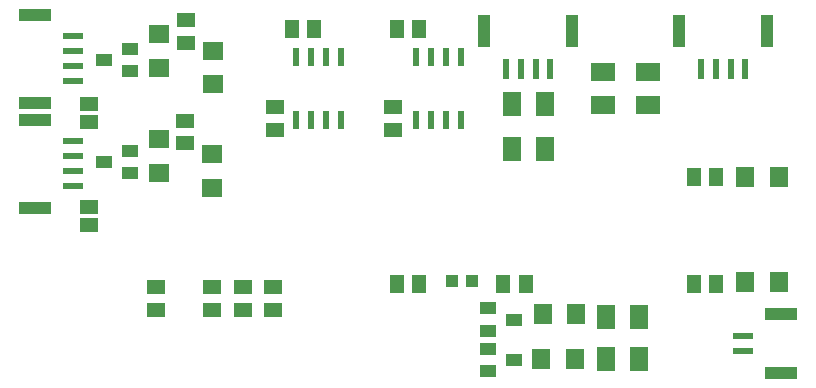
<source format=gbr>
G04 EAGLE Gerber RS-274X export*
G75*
%MOMM*%
%FSLAX34Y34*%
%LPD*%
%INSolderpaste Top*%
%IPPOS*%
%AMOC8*
5,1,8,0,0,1.08239X$1,22.5*%
G01*
%ADD10R,1.500000X1.300000*%
%ADD11R,1.300000X1.500000*%
%ADD12R,0.600000X1.700000*%
%ADD13R,1.000000X2.700000*%
%ADD14R,1.700000X0.600000*%
%ADD15R,2.700000X1.000000*%
%ADD16R,1.600000X1.803000*%
%ADD17R,1.400000X1.000000*%
%ADD18R,2.000000X1.600000*%
%ADD19R,1.600000X2.000000*%
%ADD20R,1.803000X1.600000*%
%ADD21R,1.600200X1.168400*%
%ADD22R,0.609600X1.524000*%
%ADD23R,1.000000X1.100000*%


D10*
X330200Y219100D03*
X330200Y238100D03*
X229870Y219100D03*
X229870Y238100D03*
D11*
X352400Y304800D03*
X333400Y304800D03*
X263500Y304800D03*
X244500Y304800D03*
D10*
X153670Y207670D03*
X153670Y226670D03*
X154940Y292760D03*
X154940Y311760D03*
D12*
X438250Y270900D03*
X450750Y270900D03*
D13*
X481750Y302900D03*
X407250Y302900D03*
D12*
X463250Y270900D03*
X425750Y270900D03*
X603350Y270900D03*
X615850Y270900D03*
D13*
X646850Y302900D03*
X572350Y302900D03*
D12*
X628350Y270900D03*
X590850Y270900D03*
D14*
X626500Y44350D03*
X626500Y31850D03*
D15*
X658500Y13350D03*
X658500Y62850D03*
D16*
X484120Y25400D03*
X455680Y25400D03*
X485390Y63500D03*
X456950Y63500D03*
X628400Y90170D03*
X656840Y90170D03*
X628400Y179070D03*
X656840Y179070D03*
D17*
X432640Y24130D03*
X410640Y14630D03*
X410640Y33630D03*
X432640Y58420D03*
X410640Y48920D03*
X410640Y67920D03*
D10*
X203200Y85700D03*
X203200Y66700D03*
D18*
X546100Y240000D03*
X546100Y268000D03*
D19*
X430500Y203200D03*
X458500Y203200D03*
D18*
X508000Y240000D03*
X508000Y268000D03*
D19*
X510510Y60960D03*
X538510Y60960D03*
D20*
X132080Y182630D03*
X132080Y211070D03*
X176530Y198370D03*
X176530Y169930D03*
X132080Y271530D03*
X132080Y299970D03*
X177800Y286000D03*
X177800Y257560D03*
D19*
X510510Y25400D03*
X538510Y25400D03*
D11*
X423570Y88900D03*
X442570Y88900D03*
D10*
X228600Y85700D03*
X228600Y66700D03*
D11*
X352400Y88900D03*
X333400Y88900D03*
X603860Y88900D03*
X584860Y88900D03*
X603860Y179070D03*
X584860Y179070D03*
D10*
X176530Y85700D03*
X176530Y66700D03*
X129540Y85700D03*
X129540Y66700D03*
D19*
X458500Y241300D03*
X430500Y241300D03*
D21*
X72390Y226060D03*
X72390Y241300D03*
X72390Y138430D03*
X72390Y153670D03*
D17*
X85520Y191770D03*
X107520Y201270D03*
X107520Y182270D03*
X85520Y278130D03*
X107520Y287630D03*
X107520Y268630D03*
D22*
X387350Y280924D03*
X387350Y227076D03*
X374650Y280924D03*
X361950Y280924D03*
X374650Y227076D03*
X361950Y227076D03*
X349250Y280924D03*
X349250Y227076D03*
X285750Y280924D03*
X285750Y227076D03*
X273050Y280924D03*
X260350Y280924D03*
X273050Y227076D03*
X260350Y227076D03*
X247650Y280924D03*
X247650Y227076D03*
D14*
X59300Y184250D03*
X59300Y196750D03*
D15*
X27300Y227750D03*
X27300Y153250D03*
D14*
X59300Y209250D03*
X59300Y171750D03*
X59300Y273150D03*
X59300Y285650D03*
D15*
X27300Y316650D03*
X27300Y242150D03*
D14*
X59300Y298150D03*
X59300Y260650D03*
D23*
X380120Y91440D03*
X397120Y91440D03*
M02*

</source>
